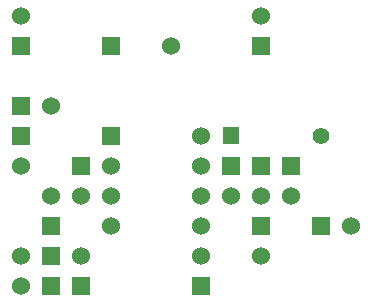
<source format=gbr>
G04 start of page 2 for group 0 idx 0 *
G04 Title: D3, component *
G04 Creator: pcb 20100929 *
G04 CreationDate: 2012年01月16日 星期一 05时02分32秒 UTC *
G04 For: dword *
G04 Format: Gerber/RS-274X *
G04 PCB-Dimensions: 200000 200000 *
G04 PCB-Coordinate-Origin: lower left *
%MOIN*%
%FSLAX25Y25*%
%LNFRONT*%
%ADD11C,0.0200*%
%ADD12C,0.0600*%
%ADD13C,0.0550*%
%ADD14C,0.0300*%
%ADD15C,0.0280*%
%ADD16C,0.0380*%
G54D11*G36*
X7000Y183000D02*Y177000D01*
X13000D01*
Y183000D01*
X7000D01*
G37*
G54D12*X10000Y190000D03*
G54D11*G36*
X37000Y183000D02*Y177000D01*
X43000D01*
Y183000D01*
X37000D01*
G37*
G36*
X7000Y163000D02*Y157000D01*
X13000D01*
Y163000D01*
X7000D01*
G37*
G54D12*X20000Y160000D03*
X80000Y130000D03*
G54D11*G36*
X17000Y123000D02*Y117000D01*
X23000D01*
Y123000D01*
X17000D01*
G37*
G54D12*X20000Y130000D03*
G54D11*G36*
X107000Y123000D02*Y117000D01*
X113000D01*
Y123000D01*
X107000D01*
G37*
G54D12*X120000Y120000D03*
G54D11*G36*
X87000Y123000D02*Y117000D01*
X93000D01*
Y123000D01*
X87000D01*
G37*
G54D12*X90000Y110000D03*
G54D11*G36*
X97000Y143000D02*Y137000D01*
X103000D01*
Y143000D01*
X97000D01*
G37*
G54D12*X100000Y130000D03*
G54D11*G36*
X67000Y103000D02*Y97000D01*
X73000D01*
Y103000D01*
X67000D01*
G37*
G54D12*X70000Y110000D03*
G54D13*X110000Y150000D03*
G54D11*G36*
X17000Y103000D02*Y97000D01*
X23000D01*
Y103000D01*
X17000D01*
G37*
G54D12*X10000Y100000D03*
G54D11*G36*
X17000Y113000D02*Y107000D01*
X23000D01*
Y113000D01*
X17000D01*
G37*
G36*
X27000Y143000D02*Y137000D01*
X33000D01*
Y143000D01*
X27000D01*
G37*
G54D12*X30000Y130000D03*
G54D11*G36*
X37000Y153000D02*Y147000D01*
X43000D01*
Y153000D01*
X37000D01*
G37*
G54D12*X40000Y140000D03*
Y130000D03*
X10000Y110000D03*
G54D11*G36*
X7000Y153000D02*Y147000D01*
X13000D01*
Y153000D01*
X7000D01*
G37*
G54D12*X10000Y140000D03*
G54D11*G36*
X27000Y103000D02*Y97000D01*
X33000D01*
Y103000D01*
X27000D01*
G37*
G54D12*X30000Y110000D03*
X40000Y120000D03*
X70000D03*
Y130000D03*
Y140000D03*
Y150000D03*
G54D11*G36*
X87000Y143000D02*Y137000D01*
X93000D01*
Y143000D01*
X87000D01*
G37*
G54D12*X90000Y130000D03*
G54D11*G36*
X77000Y143000D02*Y137000D01*
X83000D01*
Y143000D01*
X77000D01*
G37*
G36*
X77250Y152750D02*Y147250D01*
X82750D01*
Y152750D01*
X77250D01*
G37*
G54D12*X60000Y180000D03*
G54D11*G36*
X87000Y183000D02*Y177000D01*
X93000D01*
Y183000D01*
X87000D01*
G37*
G54D12*X90000Y190000D03*
G54D14*G54D15*G54D16*G54D14*G54D15*G54D14*G54D15*G54D14*G54D15*G54D14*G54D15*M02*

</source>
